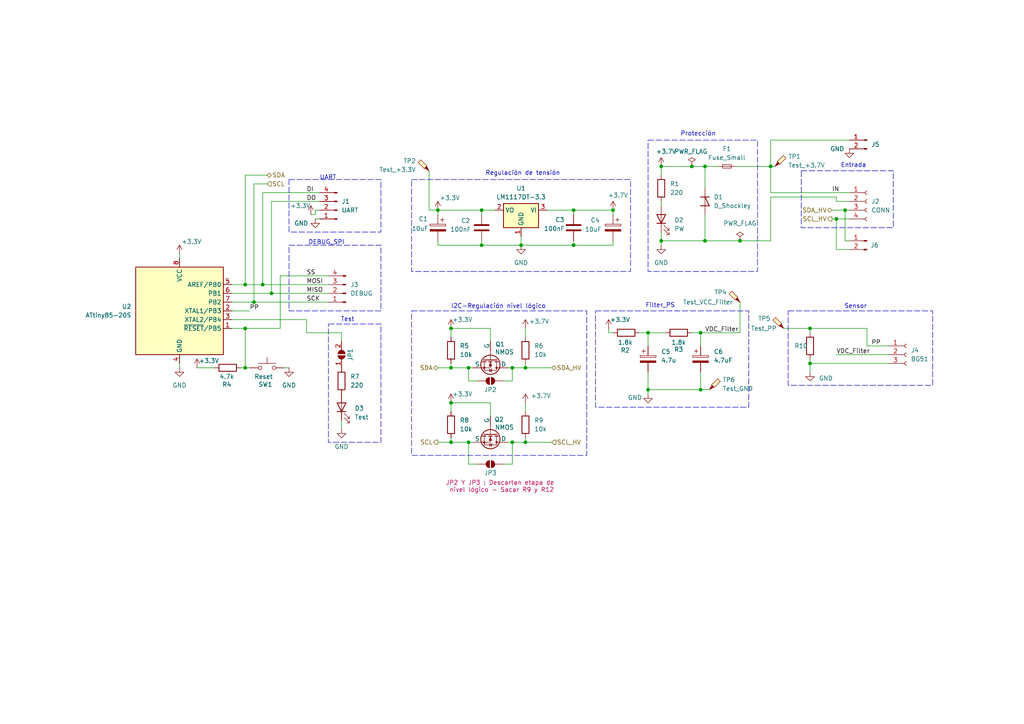
<source format=kicad_sch>
(kicad_sch (version 20250114) (generator "eeschema") (generator_version "9.0")
  (paper "A4")
  (lib_symbols
    (symbol "Connector:Conn_01x02_Pin" (pin_names (offset 1.016) (hide yes))
      (property "Reference" "J" (at 0 2.54 0))
      (property "Value" "Conn_01x02_Pin" (at 0 -5.08 0))
      (symbol "Conn_01x02_Pin_1_1"
        (rectangle (start 0.8636 0.127) (end 0 -0.127) (stroke (width 0.1524)) (fill (type outline)))
        (rectangle (start 0.8636 -2.413) (end 0 -2.667) (stroke (width 0.1524)) (fill (type outline)))
        (polyline (pts (xy 1.27 0) (xy 0.8636 0)) (stroke (width 0.1524)))
        (polyline (pts (xy 1.27 -2.54) (xy 0.8636 -2.54)) (stroke (width 0.1524)))
        (pin passive line (at 5.08 0 180) (length 3.81) (name "Pin_1") (number "1"))
        (pin passive line (at 5.08 -2.54 180) (length 3.81) (name "Pin_2") (number "2"))
      )
    )
    (symbol "Connector:Conn_01x03_Socket" (pin_names (offset 1.016) (hide yes))
      (property "Reference" "J" (at 0 5.08 0))
      (property "Value" "Conn_01x03_Socket" (at 0 -5.08 0))
      (symbol "Conn_01x03_Socket_1_1"
        (polyline (pts (xy -1.27 2.54) (xy -0.508 2.54)) (stroke (width 0.1524)))
        (polyline (pts (xy -1.27 0) (xy -0.508 0)) (stroke (width 0.1524)))
        (polyline (pts (xy -1.27 -2.54) (xy -0.508 -2.54)) (stroke (width 0.1524)))
        (arc (start 0 2.032) (mid -0.5058 2.54) (end 0 3.048) (stroke (width 0.1524)))
        (arc (start 0 -0.508) (mid -0.5058 0) (end 0 0.508) (stroke (width 0.1524)))
        (arc (start 0 -3.048) (mid -0.5058 -2.54) (end 0 -2.032) (stroke (width 0.1524)))
        (pin passive line (at -5.08 2.54 0) (length 3.81) (name "Pin_1") (number "1"))
        (pin passive line (at -5.08 0 0) (length 3.81) (name "Pin_2") (number "2"))
        (pin passive line (at -5.08 -2.54 0) (length 3.81) (name "Pin_3") (number "3"))
      )
    )
    (symbol "Connector:Conn_01x04_Pin" (pin_names (offset 1.016) (hide yes))
      (property "Reference" "J" (at 0 5.08 0))
      (property "Value" "Conn_01x04_Pin" (at 0 -7.62 0))
      (symbol "Conn_01x04_Pin_1_1"
        (rectangle (start 0.8636 2.667) (end 0 2.413) (stroke (width 0.1524)) (fill (type outline)))
        (rectangle (start 0.8636 0.127) (end 0 -0.127) (stroke (width 0.1524)) (fill (type outline)))
        (rectangle (start 0.8636 -2.413) (end 0 -2.667) (stroke (width 0.1524)) (fill (type outline)))
        (rectangle (start 0.8636 -4.953) (end 0 -5.207) (stroke (width 0.1524)) (fill (type outline)))
        (polyline (pts (xy 1.27 2.54) (xy 0.8636 2.54)) (stroke (width 0.1524)))
        (polyline (pts (xy 1.27 0) (xy 0.8636 0)) (stroke (width 0.1524)))
        (polyline (pts (xy 1.27 -2.54) (xy 0.8636 -2.54)) (stroke (width 0.1524)))
        (polyline (pts (xy 1.27 -5.08) (xy 0.8636 -5.08)) (stroke (width 0.1524)))
        (pin passive line (at 5.08 2.54 180) (length 3.81) (name "Pin_1") (number "1"))
        (pin passive line (at 5.08 0 180) (length 3.81) (name "Pin_2") (number "2"))
        (pin passive line (at 5.08 -2.54 180) (length 3.81) (name "Pin_3") (number "3"))
        (pin passive line (at 5.08 -5.08 180) (length 3.81) (name "Pin_4") (number "4"))
      )
    )
    (symbol "Connector:Conn_01x04_Socket" (pin_names (offset 1.016) (hide yes))
      (property "Reference" "J" (at 0 5.08 0))
      (property "Value" "Conn_01x04_Socket" (at 0 -7.62 0))
      (symbol "Conn_01x04_Socket_1_1"
        (polyline (pts (xy -1.27 2.54) (xy -0.508 2.54)) (stroke (width 0.1524)))
        (polyline (pts (xy -1.27 0) (xy -0.508 0)) (stroke (width 0.1524)))
        (polyline (pts (xy -1.27 -2.54) (xy -0.508 -2.54)) (stroke (width 0.1524)))
        (polyline (pts (xy -1.27 -5.08) (xy -0.508 -5.08)) (stroke (width 0.1524)))
        (arc (start 0 2.032) (mid -0.5058 2.54) (end 0 3.048) (stroke (width 0.1524)))
        (arc (start 0 -0.508) (mid -0.5058 0) (end 0 0.508) (stroke (width 0.1524)))
        (arc (start 0 -3.048) (mid -0.5058 -2.54) (end 0 -2.032) (stroke (width 0.1524)))
        (arc (start 0 -5.588) (mid -0.5058 -5.08) (end 0 -4.572) (stroke (width 0.1524)))
        (pin passive line (at -5.08 2.54 0) (length 3.81) (name "Pin_1") (number "1"))
        (pin passive line (at -5.08 0 0) (length 3.81) (name "Pin_2") (number "2"))
        (pin passive line (at -5.08 -2.54 0) (length 3.81) (name "Pin_3") (number "3"))
        (pin passive line (at -5.08 -5.08 0) (length 3.81) (name "Pin_4") (number "4"))
      )
    )
    (symbol "Connector:TestPoint_Probe" (pin_numbers (hide yes)) (pin_names (offset 0.762) (hide yes))
      (property "Reference" "TP" (at 1.651 5.842 0))
      (property "Value" "TestPoint_Probe" (at 1.651 4.064 0))
      (symbol "TestPoint_Probe_0_1"
        (polyline (pts (xy 1.27 0.762) (xy 0 0) (xy 0.762 1.27) (xy 1.27 0.762)) (fill (type outline)))
        (polyline (pts (xy 1.397 0.635) (xy 0.635 1.397) (xy 2.413 3.175) (xy 3.175 2.413) (xy 1.397 0.635)) (fill (type background)))
      )
      (symbol "TestPoint_Probe_1_1"
        (pin passive line (at 0 0 90) (length 0) (name "1") (number "1"))
      )
    )
    (symbol "Device:C" (pin_numbers (hide yes)) (pin_names (offset 0.254))
      (property "Reference" "C" (at 0.635 2.54 0))
      (property "Value" "C" (at 0.635 -2.54 0))
      (symbol "C_0_1"
        (polyline (pts (xy -2.032 0.762) (xy 2.032 0.762)) (stroke (width 0.508)))
        (polyline (pts (xy -2.032 -0.762) (xy 2.032 -0.762)) (stroke (width 0.508)))
      )
      (symbol "C_1_1"
        (pin passive line (at 0 3.81 270) (length 2.794) (name "~") (number "1"))
        (pin passive line (at 0 -3.81 90) (length 2.794) (name "~") (number "2"))
      )
    )
    (symbol "Device:C_Polarized" (pin_numbers (hide yes)) (pin_names (offset 0.254))
      (property "Reference" "C" (at 0.635 2.54 0))
      (property "Value" "C_Polarized" (at 0.635 -2.54 0))
      (symbol "C_Polarized_0_1"
        (rectangle (start -2.286 0.508) (end 2.286 1.016))
        (polyline (pts (xy -1.778 2.286) (xy -0.762 2.286)))
        (polyline (pts (xy -1.27 2.794) (xy -1.27 1.778)))
        (rectangle (start 2.286 -0.508) (end -2.286 -1.016) (fill (type outline)))
      )
      (symbol "C_Polarized_1_1"
        (pin passive line (at 0 3.81 270) (length 2.794) (name "~") (number "1"))
        (pin passive line (at 0 -3.81 90) (length 2.794) (name "~") (number "2"))
      )
    )
    (symbol "Device:D_Shockley" (pin_numbers (hide yes)) (pin_names (offset 1.016) (hide yes))
      (property "Reference" "D" (at 0 2.54 0))
      (property "Value" "D_Shockley" (at 0 -2.54 0))
      (symbol "D_Shockley_0_1"
        (polyline (pts (xy -1.27 1.27) (xy -1.27 -1.27)) (stroke (width 0.254)))
        (polyline (pts (xy -1.27 0) (xy 1.27 0)))
        (polyline (pts (xy -1.27 0) (xy 1.27 1.27) (xy 1.27 -1.27)) (stroke (width 0.254)))
      )
      (symbol "D_Shockley_1_1"
        (pin passive line (at -3.81 0 0) (length 2.54) (name "K") (number "1"))
        (pin passive line (at 3.81 0 180) (length 2.54) (name "A") (number "2"))
      )
    )
    (symbol "Device:Fuse_Small" (pin_numbers (hide yes)) (pin_names (offset 0.254) (hide yes))
      (property "Reference" "F" (at 0 -1.524 0))
      (property "Value" "Fuse_Small" (at 0 1.524 0))
      (symbol "Fuse_Small_0_1"
        (rectangle (start -1.27 0.508) (end 1.27 -0.508))
        (polyline (pts (xy -1.27 0) (xy 1.27 0)))
      )
      (symbol "Fuse_Small_1_1"
        (pin passive line (at -2.54 0 0) (length 1.27) (name "~") (number "1"))
        (pin passive line (at 2.54 0 180) (length 1.27) (name "~") (number "2"))
      )
    )
    (symbol "Device:LED" (pin_numbers (hide yes)) (pin_names (offset 1.016) (hide yes))
      (property "Reference" "D" (at 0 2.54 0))
      (property "Value" "LED" (at 0 -2.54 0))
      (symbol "LED_0_1"
        (polyline (pts (xy -3.048 -0.762) (xy -4.572 -2.286) (xy -3.81 -2.286) (xy -4.572 -2.286) (xy -4.572 -1.524)))
        (polyline (pts (xy -1.778 -0.762) (xy -3.302 -2.286) (xy -2.54 -2.286) (xy -3.302 -2.286) (xy -3.302 -1.524)))
        (polyline (pts (xy -1.27 0) (xy 1.27 0)))
        (polyline (pts (xy -1.27 -1.27) (xy -1.27 1.27)) (stroke (width 0.254)))
        (polyline (pts (xy 1.27 -1.27) (xy 1.27 1.27) (xy -1.27 0) (xy 1.27 -1.27)) (stroke (width 0.254)))
      )
      (symbol "LED_1_1"
        (pin passive line (at -3.81 0 0) (length 2.54) (name "K") (number "1"))
        (pin passive line (at 3.81 0 180) (length 2.54) (name "A") (number "2"))
      )
    )
    (symbol "Device:R" (pin_numbers (hide yes)) (pin_names (offset 0))
      (property "Reference" "R" (at 2.032 0 90))
      (property "Value" "R" (at 0 0 90))
      (symbol "R_0_1"
        (rectangle (start -1.016 -2.54) (end 1.016 2.54) (stroke (width 0.254)))
      )
      (symbol "R_1_1"
        (pin passive line (at 0 3.81 270) (length 1.27) (name "~") (number "1"))
        (pin passive line (at 0 -3.81 90) (length 1.27) (name "~") (number "2"))
      )
    )
    (symbol "GND_2" (power) (pin_numbers (hide yes)) (pin_names (offset 0) (hide yes))
      (property "Value" "GND" (at 0 -3.81 0))
      (symbol "GND_2_0_1"
        (polyline (pts (xy 0 0) (xy 0 -1.27) (xy 1.27 -1.27) (xy 0 -2.54) (xy -1.27 -1.27) (xy 0 -1.27)))
      )
      (symbol "GND_2_1_1"
        (pin power_in line (at 0 0 270) (length 0) (name "~") (number "1"))
      )
    )
    (symbol "GND_4" (power) (pin_numbers (hide yes)) (pin_names (offset 0) (hide yes))
      (property "Value" "GND" (at 0 -3.81 0))
      (symbol "GND_4_0_1"
        (polyline (pts (xy 0 0) (xy 0 -1.27) (xy 1.27 -1.27) (xy 0 -2.54) (xy -1.27 -1.27) (xy 0 -1.27)))
      )
      (symbol "GND_4_1_1"
        (pin power_in line (at 0 0 270) (length 0) (name "~") (number "1"))
      )
    )
    (symbol "GND_6" (power) (pin_numbers (hide yes)) (pin_names (offset 0) (hide yes))
      (property "Value" "GND" (at 0 -3.81 0))
      (symbol "GND_6_0_1"
        (polyline (pts (xy 0 0) (xy 0 -1.27) (xy 1.27 -1.27) (xy 0 -2.54) (xy -1.27 -1.27) (xy 0 -1.27)))
      )
      (symbol "GND_6_1_1"
        (pin power_in line (at 0 0 270) (length 0) (name "~") (number "1"))
      )
    )
    (symbol "GND_7" (power) (pin_numbers (hide yes)) (pin_names (offset 0) (hide yes))
      (property "Value" "GND" (at 0 -3.81 0))
      (symbol "GND_7_0_1"
        (polyline (pts (xy 0 0) (xy 0 -1.27) (xy 1.27 -1.27) (xy 0 -2.54) (xy -1.27 -1.27) (xy 0 -1.27)))
      )
      (symbol "GND_7_1_1"
        (pin power_in line (at 0 0 270) (length 0) (name "~") (number "1"))
      )
    )
    (symbol "Jumper:SolderJumper_2_Open" (pin_names (offset 0) (hide yes))
      (property "Reference" "JP" (at 0 2.032 0))
      (property "Value" "SolderJumper_2_Open" (at 0 -2.54 0))
      (symbol "SolderJumper_2_Open_0_1"
        (polyline (pts (xy -0.254 1.016) (xy -0.254 -1.016)))
        (arc (start -0.254 -1.016) (mid -1.2656 0) (end -0.254 1.016))
        (arc (start -0.254 -1.016) (mid -1.2656 0) (end -0.254 1.016) (fill (type outline)))
        (arc (start 0.254 1.016) (mid 1.2656 0) (end 0.254 -1.016))
        (arc (start 0.254 1.016) (mid 1.2656 0) (end 0.254 -1.016) (fill (type outline)))
        (polyline (pts (xy 0.254 1.016) (xy 0.254 -1.016)))
      )
      (symbol "SolderJumper_2_Open_1_1"
        (pin passive line (at -3.81 0 0) (length 2.54) (name "A") (number "1"))
        (pin passive line (at 3.81 0 180) (length 2.54) (name "B") (number "2"))
      )
    )
    (symbol "MCU_Microchip_ATtiny:ATtiny85-20S"
      (property "Reference" "U" (at -12.7 13.97 0))
      (property "Value" "ATtiny85-20S" (at 2.54 -13.97 0))
      (symbol "ATtiny85-20S_0_1"
        (rectangle (start -12.7 -12.7) (end 12.7 12.7) (stroke (width 0.254)) (fill (type background)))
      )
      (symbol "ATtiny85-20S_1_1"
        (pin power_in line (at 0 15.24 270) (length 2.54) (name "VCC") (number "8"))
        (pin power_in line (at 0 -15.24 90) (length 2.54) (name "GND") (number "4"))
        (pin bidirectional line (at 15.24 7.62 180) (length 2.54) (name "AREF/PB0") (number "5"))
        (pin bidirectional line (at 15.24 5.08 180) (length 2.54) (name "PB1") (number "6"))
        (pin bidirectional line (at 15.24 2.54 180) (length 2.54) (name "PB2") (number "7"))
        (pin bidirectional line (at 15.24 0 180) (length 2.54) (name "XTAL1/PB3") (number "2"))
        (pin bidirectional line (at 15.24 -2.54 180) (length 2.54) (name "XTAL2/PB4") (number "3"))
        (pin bidirectional line (at 15.24 -5.08 180) (length 2.54) (name "~{RESET}/PB5") (number "1"))
      )
    )
    (symbol "Regulator_Linear:LM1117DT-3.3"
      (property "Reference" "U" (at -3.81 3.175 0))
      (property "Value" "LM1117DT-3.3" (at 0 3.175 0))
      (symbol "LM1117DT-3.3_0_1"
        (rectangle (start -5.08 -5.08) (end 5.08 1.905) (stroke (width 0.254)) (fill (type background)))
      )
      (symbol "LM1117DT-3.3_1_1"
        (pin power_in line (at -7.62 0 0) (length 2.54) (name "VI") (number "3"))
        (pin power_in line (at 0 -7.62 90) (length 2.54) (name "GND") (number "1"))
        (pin power_out line (at 7.62 0 180) (length 2.54) (name "VO") (number "2"))
      )
    )
    (symbol "Simulation_SPICE:NMOS" (pin_numbers (hide yes)) (pin_names (offset 0))
      (property "Reference" "Q" (at 5.08 1.27 0))
      (property "Value" "NMOS" (at 5.08 -1.27 0))
      (symbol "NMOS_0_1"
        (polyline (pts (xy 0.254 1.905) (xy 0.254 -1.905)) (stroke (width 0.254)))
        (polyline (pts (xy 0.254 0) (xy -2.54 0)))
        (polyline (pts (xy 0.762 2.286) (xy 0.762 1.27)) (stroke (width 0.254)))
        (polyline (pts (xy 0.762 0.508) (xy 0.762 -0.508)) (stroke (width 0.254)))
        (polyline (pts (xy 0.762 -1.27) (xy 0.762 -2.286)) (stroke (width 0.254)))
        (polyline (pts (xy 0.762 -1.778) (xy 3.302 -1.778) (xy 3.302 1.778) (xy 0.762 1.778)))
        (polyline (pts (xy 1.016 0) (xy 2.032 0.381) (xy 2.032 -0.381) (xy 1.016 0)) (fill (type outline)))
        (circle (center 1.651 0) (radius 2.794) (stroke (width 0.254)))
        (polyline (pts (xy 2.54 2.54) (xy 2.54 1.778)))
        (circle (center 2.54 1.778) (radius 0.254) (fill (type outline)))
        (circle (center 2.54 -1.778) (radius 0.254) (fill (type outline)))
        (polyline (pts (xy 2.54 -2.54) (xy 2.54 0) (xy 0.762 0)))
        (polyline (pts (xy 2.794 0.508) (xy 2.921 0.381) (xy 3.683 0.381) (xy 3.81 0.254)))
        (polyline (pts (xy 3.302 0.381) (xy 2.921 -0.254) (xy 3.683 -0.254) (xy 3.302 0.381)))
      )
      (symbol "NMOS_1_1"
        (pin input line (at -5.08 0 0) (length 2.54) (name "G") (number "2"))
        (pin passive line (at 2.54 5.08 270) (length 2.54) (name "D") (number "1"))
        (pin passive line (at 2.54 -5.08 90) (length 2.54) (name "S") (number "3"))
      )
    )
    (symbol "SolderJumper_2_Open_1" (pin_numbers (hide yes)) (pin_names (offset 0) (hide yes)) (exclude_from_sim yes) (in_bom no)
      (property "Reference" "JP" (at 0 2.032 0))
      (property "Value" "SolderJumper_2_Open" (at 0 -2.54 0))
      (symbol "SolderJumper_2_Open_1_0_1"
        (polyline (pts (xy -0.254 1.016) (xy -0.254 -1.016)))
        (arc (start -0.254 -1.016) (mid -1.2656 0) (end -0.254 1.016))
        (arc (start -0.254 -1.016) (mid -1.2656 0) (end -0.254 1.016) (fill (type outline)))
        (arc (start 0.254 1.016) (mid 1.2656 0) (end 0.254 -1.016))
        (arc (start 0.254 1.016) (mid 1.2656 0) (end 0.254 -1.016) (fill (type outline)))
        (polyline (pts (xy 0.254 1.016) (xy 0.254 -1.016)))
      )
      (symbol "SolderJumper_2_Open_1_1_1"
        (pin passive line (at -3.81 0 0) (length 2.54) (name "A") (number "1"))
        (pin passive line (at 3.81 0 180) (length 2.54) (name "B") (number "2"))
      )
    )
    (symbol "SolderJumper_2_Open_2" (pin_numbers (hide yes)) (pin_names (offset 0) (hide yes)) (exclude_from_sim yes) (in_bom no)
      (property "Reference" "JP" (at 0 2.032 0))
      (property "Value" "SolderJumper_2_Open" (at 0 -2.54 0))
      (symbol "SolderJumper_2_Open_2_0_1"
        (polyline (pts (xy -0.254 1.016) (xy -0.254 -1.016)))
        (arc (start -0.254 -1.016) (mid -1.2656 0) (end -0.254 1.016))
        (arc (start -0.254 -1.016) (mid -1.2656 0) (end -0.254 1.016) (fill (type outline)))
        (arc (start 0.254 1.016) (mid 1.2656 0) (end 0.254 -1.016))
        (arc (start 0.254 1.016) (mid 1.2656 0) (end 0.254 -1.016) (fill (type outline)))
        (polyline (pts (xy 0.254 1.016) (xy 0.254 -1.016)))
      )
      (symbol "SolderJumper_2_Open_2_1_1"
        (pin passive line (at -3.81 0 0) (length 2.54) (name "A") (number "1"))
        (pin passive line (at 3.81 0 180) (length 2.54) (name "B") (number "2"))
      )
    )
    (symbol "Switch:SW_Push" (pin_numbers (hide yes)) (pin_names (offset 1.016) (hide yes))
      (property "Reference" "SW" (at 1.27 2.54 0))
      (property "Value" "SW_Push" (at 0 -1.524 0))
      (symbol "SW_Push_0_1"
        (circle (center -2.032 0) (radius 0.508))
        (polyline (pts (xy 0 1.27) (xy 0 3.048)))
        (circle (center 2.032 0) (radius 0.508))
        (polyline (pts (xy 2.54 1.27) (xy -2.54 1.27)))
        (pin passive line (at -5.08 0 0) (length 2.54) (name "1") (number "1"))
        (pin passive line (at 5.08 0 180) (length 2.54) (name "2") (number "2"))
      )
    )
    (symbol "VCC_1" (power) (pin_numbers (hide yes)) (pin_names (offset 0) (hide yes))
      (property "Value" "VCC" (at 0 3.556 0))
      (symbol "VCC_1_0_1"
        (polyline (pts (xy -0.762 1.27) (xy 0 2.54)))
        (polyline (pts (xy 0 2.54) (xy 0.762 1.27)))
        (polyline (pts (xy 0 0) (xy 0 2.54)))
      )
      (symbol "VCC_1_1_1"
        (pin power_in line (at 0 0 90) (length 0) (name "~") (number "1"))
      )
    )
    (symbol "VCC_3" (power) (pin_numbers (hide yes)) (pin_names (offset 0) (hide yes))
      (property "Value" "VCC" (at 0 3.556 0))
      (symbol "VCC_3_0_1"
        (polyline (pts (xy -0.762 1.27) (xy 0 2.54)))
        (polyline (pts (xy 0 2.54) (xy 0.762 1.27)))
        (polyline (pts (xy 0 0) (xy 0 2.54)))
      )
      (symbol "VCC_3_1_1"
        (pin power_in line (at 0 0 90) (length 0) (name "~") (number "1"))
      )
    )
    (symbol "power:+3.3V" (power) (pin_numbers (hide yes)) (pin_names (offset 0) (hide yes))
      (property "Value" "+3.3V" (at 0 3.556 0))
      (symbol "+3.3V_0_1"
        (polyline (pts (xy -0.762 1.27) (xy 0 2.54)))
        (polyline (pts (xy 0 2.54) (xy 0.762 1.27)))
        (polyline (pts (xy 0 0) (xy 0 2.54)))
      )
      (symbol "+3.3V_1_1"
        (pin power_in line (at 0 0 90) (length 0) (name "~") (number "1"))
      )
    )
    (symbol "power:+5V" (power) (pin_numbers (hide yes)) (pin_names (offset 0) (hide yes))
      (property "Value" "+5V" (at 0 3.556 0))
      (symbol "+5V_0_1"
        (polyline (pts (xy -0.762 1.27) (xy 0 2.54)))
        (polyline (pts (xy 0 2.54) (xy 0.762 1.27)))
        (polyline (pts (xy 0 0) (xy 0 2.54)))
      )
      (symbol "+5V_1_1"
        (pin power_in line (at 0 0 90) (length 0) (name "~") (number "1"))
      )
    )
    (symbol "power:GND" (power) (pin_numbers (hide yes)) (pin_names (offset 0) (hide yes))
      (property "Value" "GND" (at 0 -3.81 0))
      (symbol "GND_0_1"
        (polyline (pts (xy 0 0) (xy 0 -1.27) (xy 1.27 -1.27) (xy 0 -2.54) (xy -1.27 -1.27) (xy 0 -1.27)))
      )
      (symbol "GND_1_1"
        (pin power_in line (at 0 0 270) (length 0) (name "~") (number "1"))
      )
    )
    (symbol "power:PWR_FLAG" (power) (pin_numbers (hide yes)) (pin_names (offset 0) (hide yes))
      (property "Value" "PWR_FLAG" (at 0 3.81 0))
      (symbol "PWR_FLAG_0_0"
        (pin power_out line (at 0 0 90) (length 0) (name "~") (number "1"))
      )
      (symbol "PWR_FLAG_0_1"
        (polyline (pts (xy 0 0) (xy 0 1.27) (xy -1.016 1.905) (xy 0 2.54) (xy 1.016 1.905) (xy 0 1.27)))
      )
    )
  )
  (rectangle (start 232.41 49.53) (end 259.08 66.04) (stroke (width 0) (type dash)))
  (rectangle (start 119.38 90.17) (end 170.18 132.08) (stroke (width 0) (type dash)))
  (rectangle (start 83.82 52.07) (end 110.49 67.31) (stroke (width 0) (type dash)))
  (rectangle (start 83.82 71.12) (end 110.49 90.17) (stroke (width 0) (type dash)))
  (rectangle (start 228.6 90.17) (end 270.51 111.76) (stroke (width 0) (type dash)))
  (rectangle (start 172.72 90.17) (end 217.17 118.11) (stroke (width 0) (type dash)))
  (rectangle (start 95.25 93.98) (end 110.49 128.27) (stroke (width 0) (type dash)))
  (rectangle (start 119.38 52.07) (end 182.88 78.74) (stroke (width 0) (type dash)))
  (rectangle (start 187.96 40.64) (end 219.71 78.74) (stroke (width 0) (type dash)))
  (text "UART" (at 92.71 52.324 0) (effects (font (size 1.27 1.27)) (justify left bottom)))
  (text "Protección" (at 197.358 39.624 0) (effects (font (size 1.27 1.27)) (justify left bottom)))
  (text "Filter_PS" (at 187.198 89.408 0) (effects (font (size 1.27 1.27)) (justify left bottom)))
  (text "Test" (at 98.806 93.472 0) (effects (font (size 1.27 1.27)) (justify left bottom)))
  (text "JP2 Y JP3 : Descartan etapa de\n nivel lógico - Sacar R9 y R12" (exclude_from_sim yes) (at 145.034 141.224 0) (effects (font (size 1.27 1.27))))
  (text "Entrada" (at 243.84 48.768 0) (effects (font (size 1.27 1.27)) (justify left bottom)))
  (text "Sensor" (at 244.856 89.662 0) (effects (font (size 1.27 1.27)) (justify left bottom)))
  (text "Regulación de tensión" (at 151.638 51.054 0) (effects (font (size 1.27 1.27)) (justify bottom)))
  (text "DEBUG_SPI" (at 89.408 71.12 0) (effects (font (size 1.27 1.27)) (justify left bottom)))
  (text "I2C-Regulación nivel lógico\n" (at 130.81 89.662 0) (effects (font (size 1.27 1.27)) (justify left bottom)))
  (junction (at 203.2 96.52))
  (junction (at 127 60.96))
  (junction (at 203.2 113.03))
  (junction (at 76.2 82.55))
  (junction (at 191.77 69.85))
  (junction (at 151.13 71.12))
  (junction (at 130.81 128.27))
  (junction (at 78.74 85.09))
  (junction (at 152.4 128.27))
  (junction (at 71.12 82.55))
  (junction (at 148.59 128.27))
  (junction (at 71.12 95.25))
  (junction (at 73.66 87.63))
  (junction (at 214.63 69.85))
  (junction (at 204.47 48.26))
  (junction (at 177.8 60.96))
  (junction (at 166.37 71.12))
  (junction (at 223.52 48.26))
  (junction (at 234.95 95.25))
  (junction (at 187.96 113.03))
  (junction (at 130.81 95.25))
  (junction (at 71.12 106.68))
  (junction (at 139.7 71.12))
  (junction (at 166.37 60.96))
  (junction (at 242.57 63.5))
  (junction (at 139.7 60.96))
  (junction (at 245.11 60.96))
  (junction (at 135.89 128.27))
  (junction (at 191.77 48.26))
  (junction (at 130.81 106.68))
  (junction (at 148.59 106.68))
  (junction (at 187.96 96.52))
  (junction (at 200.66 48.26))
  (junction (at 130.81 116.84))
  (junction (at 152.4 106.68))
  (junction (at 234.95 105.41))
  (junction (at 204.47 69.85))
  (junction (at 135.89 106.68))
  (wire (pts (xy 152.4 116.84) (xy 152.4 119.38)))
  (wire (pts (xy 127 62.23) (xy 127 60.96)))
  (wire (pts (xy 241.3 63.5) (xy 242.57 63.5)))
  (wire (pts (xy 81.28 80.01) (xy 81.28 95.25)))
  (wire (pts (xy 139.7 71.12) (xy 151.13 71.12)))
  (wire (pts (xy 177.8 71.12) (xy 166.37 71.12)))
  (wire (pts (xy 139.7 60.96) (xy 143.51 60.96)))
  (wire (pts (xy 204.47 48.26) (xy 208.28 48.26)))
  (wire (pts (xy 227.33 95.25) (xy 234.95 95.25)))
  (wire (pts (xy 130.81 119.38) (xy 130.81 116.84)))
  (wire (pts (xy 246.38 69.85) (xy 245.11 69.85)))
  (wire (pts (xy 124.46 60.96) (xy 127 60.96)))
  (wire (pts (xy 73.66 53.34) (xy 77.47 53.34)))
  (wire (pts (xy 88.9 92.71) (xy 88.9 96.52)))
  (wire (pts (xy 91.44 63.5) (xy 92.71 63.5)))
  (wire (pts (xy 214.63 69.85) (xy 223.52 69.85)))
  (wire (pts (xy 139.7 69.85) (xy 139.7 71.12)))
  (wire (pts (xy 91.44 60.96) (xy 92.71 60.96)))
  (wire (pts (xy 245.11 60.96) (xy 245.11 69.85)))
  (wire (pts (xy 137.16 128.27) (xy 135.89 128.27)))
  (wire (pts (xy 99.06 99.06) (xy 99.06 96.52)))
  (wire (pts (xy 203.2 96.52) (xy 203.2 100.33)))
  (wire (pts (xy 81.28 80.01) (xy 95.25 80.01)))
  (wire (pts (xy 146.05 134.62) (xy 148.59 134.62)))
  (wire (pts (xy 234.95 105.41) (xy 257.81 105.41)))
  (wire (pts (xy 91.44 62.23) (xy 91.44 60.96)))
  (wire (pts (xy 76.2 82.55) (xy 95.25 82.55)))
  (wire (pts (xy 52.07 106.68) (xy 52.07 105.41)))
  (wire (pts (xy 130.81 106.68) (xy 130.81 105.41)))
  (wire (pts (xy 135.89 128.27) (xy 130.81 128.27)))
  (wire (pts (xy 191.77 48.26) (xy 200.66 48.26)))
  (wire (pts (xy 151.13 68.58) (xy 151.13 71.12)))
  (wire (pts (xy 152.4 128.27) (xy 160.02 128.27)))
  (wire (pts (xy 166.37 60.96) (xy 166.37 62.23)))
  (wire (pts (xy 71.12 50.8) (xy 77.47 50.8)))
  (wire (pts (xy 82.55 106.68) (xy 83.82 106.68)))
  (wire (pts (xy 187.96 113.03) (xy 203.2 113.03)))
  (wire (pts (xy 67.31 92.71) (xy 88.9 92.71)))
  (wire (pts (xy 223.52 55.88) (xy 223.52 48.26)))
  (wire (pts (xy 147.32 106.68) (xy 148.59 106.68)))
  (wire (pts (xy 73.66 53.34) (xy 73.66 87.63)))
  (wire (pts (xy 213.36 48.26) (xy 223.52 48.26)))
  (wire (pts (xy 127 128.27) (xy 130.81 128.27)))
  (wire (pts (xy 67.31 90.17) (xy 72.39 90.17)))
  (wire (pts (xy 191.77 48.26) (xy 191.77 50.8)))
  (wire (pts (xy 158.75 60.96) (xy 166.37 60.96)))
  (wire (pts (xy 234.95 95.25) (xy 234.95 96.52)))
  (wire (pts (xy 177.8 60.96) (xy 177.8 62.23)))
  (wire (pts (xy 185.42 96.52) (xy 187.96 96.52)))
  (wire (pts (xy 205.74 113.03) (xy 203.2 113.03)))
  (wire (pts (xy 138.43 134.62) (xy 135.89 134.62)))
  (wire (pts (xy 204.47 62.23) (xy 204.47 69.85)))
  (wire (pts (xy 191.77 67.31) (xy 191.77 69.85)))
  (wire (pts (xy 135.89 110.49) (xy 135.89 106.68)))
  (wire (pts (xy 73.66 87.63) (xy 95.25 87.63)))
  (wire (pts (xy 52.07 73.66) (xy 52.07 74.93)))
  (wire (pts (xy 67.31 82.55) (xy 71.12 82.55)))
  (wire (pts (xy 166.37 71.12) (xy 166.37 69.85)))
  (wire (pts (xy 187.96 113.03) (xy 187.96 114.3)))
  (wire (pts (xy 139.7 60.96) (xy 139.7 62.23)))
  (wire (pts (xy 214.63 96.52) (xy 214.63 87.63)))
  (wire (pts (xy 137.16 106.68) (xy 135.89 106.68)))
  (wire (pts (xy 203.2 96.52) (xy 214.63 96.52)))
  (wire (pts (xy 223.52 48.26) (xy 224.79 48.26)))
  (wire (pts (xy 127 71.12) (xy 139.7 71.12)))
  (wire (pts (xy 130.81 128.27) (xy 130.81 127)))
  (wire (pts (xy 242.57 58.42) (xy 242.57 57.15)))
  (wire (pts (xy 90.17 62.23) (xy 91.44 62.23)))
  (wire (pts (xy 242.57 102.87) (xy 257.81 102.87)))
  (wire (pts (xy 200.66 96.52) (xy 203.2 96.52)))
  (wire (pts (xy 223.52 57.15) (xy 223.52 69.85)))
  (wire (pts (xy 99.06 124.46) (xy 99.06 121.92)))
  (wire (pts (xy 71.12 106.68) (xy 72.39 106.68)))
  (wire (pts (xy 234.95 104.14) (xy 234.95 105.41)))
  (wire (pts (xy 187.96 96.52) (xy 193.04 96.52)))
  (wire (pts (xy 187.96 107.95) (xy 187.96 113.03)))
  (wire (pts (xy 223.52 57.15) (xy 242.57 57.15)))
  (wire (pts (xy 223.52 40.64) (xy 223.52 48.26)))
  (wire (pts (xy 69.85 106.68) (xy 71.12 106.68)))
  (wire (pts (xy 127 106.68) (xy 130.81 106.68)))
  (wire (pts (xy 246.38 40.64) (xy 223.52 40.64)))
  (wire (pts (xy 191.77 69.85) (xy 204.47 69.85)))
  (wire (pts (xy 57.15 106.68) (xy 62.23 106.68)))
  (wire (pts (xy 177.8 96.52) (xy 176.53 96.52)))
  (wire (pts (xy 130.81 116.84) (xy 142.24 116.84)))
  (wire (pts (xy 146.05 110.49) (xy 148.59 110.49)))
  (wire (pts (xy 148.59 128.27) (xy 152.4 128.27)))
  (wire (pts (xy 204.47 54.61) (xy 204.47 48.26)))
  (wire (pts (xy 234.95 95.25) (xy 251.46 95.25)))
  (wire (pts (xy 166.37 60.96) (xy 177.8 60.96)))
  (wire (pts (xy 203.2 107.95) (xy 203.2 113.03)))
  (wire (pts (xy 92.71 55.88) (xy 76.2 55.88)))
  (wire (pts (xy 138.43 110.49) (xy 135.89 110.49)))
  (wire (pts (xy 176.53 96.52) (xy 176.53 95.25)))
  (wire (pts (xy 245.11 60.96) (xy 246.38 60.96)))
  (wire (pts (xy 71.12 50.8) (xy 71.12 82.55)))
  (wire (pts (xy 242.57 63.5) (xy 246.38 63.5)))
  (wire (pts (xy 191.77 58.42) (xy 191.77 59.69)))
  (wire (pts (xy 124.46 49.53) (xy 124.46 60.96)))
  (wire (pts (xy 67.31 85.09) (xy 78.74 85.09)))
  (wire (pts (xy 127 60.96) (xy 139.7 60.96)))
  (wire (pts (xy 67.31 95.25) (xy 71.12 95.25)))
  (wire (pts (xy 152.4 106.68) (xy 160.02 106.68)))
  (wire (pts (xy 127 69.85) (xy 127 71.12)))
  (wire (pts (xy 88.9 96.52) (xy 99.06 96.52)))
  (wire (pts (xy 242.57 58.42) (xy 246.38 58.42)))
  (wire (pts (xy 246.38 72.39) (xy 242.57 72.39)))
  (wire (pts (xy 200.66 48.26) (xy 204.47 48.26)))
  (wire (pts (xy 187.96 96.52) (xy 187.96 100.33)))
  (wire (pts (xy 251.46 95.25) (xy 251.46 100.33)))
  (wire (pts (xy 204.47 69.85) (xy 214.63 69.85)))
  (wire (pts (xy 147.32 128.27) (xy 148.59 128.27)))
  (wire (pts (xy 130.81 95.25) (xy 142.24 95.25)))
  (wire (pts (xy 71.12 95.25) (xy 81.28 95.25)))
  (wire (pts (xy 142.24 99.06) (xy 142.24 95.25)))
  (wire (pts (xy 78.74 85.09) (xy 95.25 85.09)))
  (wire (pts (xy 177.8 69.85) (xy 177.8 71.12)))
  (wire (pts (xy 223.52 55.88) (xy 246.38 55.88)))
  (wire (pts (xy 242.57 72.39) (xy 242.57 63.5)))
  (wire (pts (xy 135.89 106.68) (xy 130.81 106.68)))
  (wire (pts (xy 67.31 87.63) (xy 73.66 87.63)))
  (wire (pts (xy 152.4 127) (xy 152.4 128.27)))
  (wire (pts (xy 78.74 58.42) (xy 78.74 85.09)))
  (wire (pts (xy 71.12 82.55) (xy 76.2 82.55)))
  (wire (pts (xy 234.95 105.41) (xy 234.95 107.95)))
  (wire (pts (xy 148.59 106.68) (xy 152.4 106.68)))
  (wire (pts (xy 148.59 110.49) (xy 148.59 106.68)))
  (wire (pts (xy 92.71 58.42) (xy 78.74 58.42)))
  (wire (pts (xy 151.13 71.12) (xy 166.37 71.12)))
  (wire (pts (xy 152.4 105.41) (xy 152.4 106.68)))
  (wire (pts (xy 71.12 95.25) (xy 71.12 106.68)))
  (wire (pts (xy 148.59 134.62) (xy 148.59 128.27)))
  (wire (pts (xy 76.2 55.88) (xy 76.2 82.55)))
  (wire (pts (xy 191.77 71.12) (xy 191.77 69.85)))
  (wire (pts (xy 251.46 100.33) (xy 257.81 100.33)))
  (wire (pts (xy 130.81 97.79) (xy 130.81 95.25)))
  (wire (pts (xy 152.4 95.25) (xy 152.4 97.79)))
  (wire (pts (xy 135.89 134.62) (xy 135.89 128.27)))
  (wire (pts (xy 142.24 120.65) (xy 142.24 116.84)))
  (wire (pts (xy 241.3 60.96) (xy 245.11 60.96)))
  (label "DI" (at 88.9 55.88 0))
  (label "SS" (at 88.9 80.01 0))
  (label "VDC_Filter" (at 204.47 96.52 0))
  (label "IN" (at 241.3 55.88 0))
  (label "PP" (at 72.39 90.17 0))
  (label "MISO" (at 88.9 85.09 0))
  (label "DO" (at 88.9 58.42 0))
  (label "MOSI" (at 88.9 82.55 0))
  (label "SCK" (at 88.9 87.63 0))
  (label "VDC_Filter" (at 242.57 102.87 0))
  (label "PP" (at 252.73 100.33 0))
  (hierarchical_label "SCL_HV" (shape output) (at 241.3 63.5 180))
  (hierarchical_label "SCL_HV" (shape input) (at 160.02 128.27 0))
  (hierarchical_label "SCL" (shape output) (at 127 128.27 180))
  (hierarchical_label "SDA_HV" (shape bidirectional) (at 160.02 106.68 0))
  (hierarchical_label "SDA_HV" (shape bidirectional) (at 241.3 60.96 180))
  (hierarchical_label "SDA" (shape bidirectional) (at 77.47 50.8 0))
  (hierarchical_label "SCL" (shape input) (at 77.47 53.34 0))
  (hierarchical_label "SDA" (shape bidirectional) (at 127 106.68 180))
  (symbol (lib_id "Regulator_Linear:LM1117DT-3.3") (at 151.13 60.96 0) (mirror y) (unit 1)
    (property "Reference" "U1" (at 151.13 54.61 0))
    (property "Value" "LM1117DT-3.3" (at 151.13 57.15 0))
    (property "Footprint" "Package_TO_SOT_SMD:TO-252-3_TabPin2" (effects (hide yes)))
    (property "Datasheet" "http://www.ti.com/lit/ds/symlink/lm1117.pdf" (effects (hide yes)))
    (property "Description" "800mA Low-Dropout Linear Regulator, 3.3V fixed output, TO-252" (effects (hide yes)))
  )
  (symbol (lib_id "Device:LED") (at 191.77 63.5 90) (unit 1)
    (property "Reference" "D2" (at 195.58 63.8175 90) (effects (justify right)))
    (property "Value" "PW" (at 195.58 66.3575 90) (effects (justify right)))
    (property "Footprint" "LED_SMD:LED_0603_1608Metric" (effects (hide yes)))
  )
  (symbol (lib_name "VCC_1") (lib_id "power:VCC") (at 57.15 106.68 0) (unit 1)
    (property "Reference" "#PWR015" (effects (hide yes)))
    (property "Value" "+3.3V" (at 57.658 104.648 0) (effects (justify left)))
    (property "Description" "Power symbol creates a global label with name \"VCC\"" (effects (hide yes)))
  )
  (symbol (lib_id "power:GND") (at 52.07 106.68 0) (unit 1)
    (property "Reference" "#PWR014" (effects (hide yes)))
    (property "Value" "GND" (at 52.07 111.76 0))
    (property "Description" "Power symbol creates a global label with name \"GND\" , ground" (effects (hide yes)))
  )
  (symbol (lib_id "Connector:Conn_01x04_Socket") (at 251.46 58.42 0) (unit 1)
    (property "Reference" "J2" (at 252.73 58.42 0) (effects (justify left)))
    (property "Value" "CONN" (at 252.73 60.96 0) (effects (justify left)))
    (property "Footprint" "Connector:FanPinHeader_1x04_P2.54mm_Vertical" (effects (hide yes)))
  )
  (symbol (lib_id "power:+5V") (at 152.4 116.84 0) (unit 1)
    (property "Reference" "#PWR019" (effects (hide yes)))
    (property "Value" "+3.7V" (at 153.924 114.808 0) (effects (justify left)))
    (property "Description" "Power symbol creates a global label with name \"+5V\"" (effects (hide yes)))
  )
  (symbol (lib_name "SolderJumper_2_Open_2") (lib_id "Jumper:SolderJumper_2_Open") (at 142.24 134.62 0) (unit 1) (exclude_from_sim yes) (in_bom no)
    (property "Reference" "JP3" (at 142.24 137.16 0))
    (property "Value" "SolderJumper_2_Open" (effects (hide yes)))
    (property "Footprint" "Jumper:SolderJumper-2_P1.3mm_Open_Pad1.0x1.5mm" (effects (hide yes)))
    (property "Description" "Solder Jumper, 2-pole, open" (effects (hide yes)))
  )
  (symbol (lib_id "Connector:TestPoint_Probe") (at 124.46 49.53 0) (mirror y) (unit 1)
    (property "Reference" "TP2" (at 120.65 46.6724 0) (effects (justify left)))
    (property "Value" "Test_+3.3V" (at 120.65 49.2124 0) (effects (justify left)))
    (property "Footprint" "TestPoint:TestPoint_Pad_2.0x2.0mm" (effects (hide yes)))
    (property "Description" "test point (alternative probe-style design)" (effects (hide yes)))
  )
  (symbol (lib_id "Connector:Conn_01x02_Pin") (at 251.46 40.64 0) (mirror y) (unit 1)
    (property "Reference" "J5" (at 252.73 41.9099 0) (effects (justify right)))
    (property "Value" "Conn_01x02_Pin" (effects (hide yes)))
    (property "Footprint" "Connector_PinHeader_2.54mm:PinHeader_1x02_P2.54mm_Vertical" (effects (hide yes)))
    (property "Description" "Generic connector, single row, 01x02, script generated" (effects (hide yes)))
  )
  (symbol (lib_id "Device:C") (at 166.37 66.04 0) (mirror y) (unit 1)
    (property "Reference" "C3" (at 161.036 63.754 0) (effects (justify right)))
    (property "Value" "100nF" (at 157.734 66.294 0) (effects (justify right)))
    (property "Footprint" "Capacitor_SMD:C_0603_1608Metric" (effects (hide yes)))
    (property "Description" "Unpolarized capacitor" (effects (hide yes)))
  )
  (symbol (lib_id "power:GND") (at 191.77 71.12 0) (unit 1)
    (property "Reference" "#PWR010" (effects (hide yes)))
    (property "Value" "GND" (at 191.77 76.2 0))
    (property "Description" "Power symbol creates a global label with name \"GND\" , ground" (effects (hide yes)))
  )
  (symbol (lib_id "power:+5V") (at 191.77 48.26 0) (unit 1)
    (property "Reference" "#PWR01" (effects (hide yes)))
    (property "Value" "+3.7V" (at 190.246 43.942 0) (effects (justify left)))
    (property "Description" "Power symbol creates a global label with name \"+5V\"" (effects (hide yes)))
  )
  (symbol (lib_id "Connector:Conn_01x03_Socket") (at 262.89 102.87 0) (unit 1)
    (property "Reference" "J4" (at 264.16 101.6 0) (effects (justify left)))
    (property "Value" "BG51" (at 264.16 104.14 0) (effects (justify left)))
    (property "Footprint" "Connector_PinHeader_2.54mm:PinHeader_1x03_P2.54mm_Vertical" (effects (hide yes)))
  )
  (symbol (lib_id "Jumper:SolderJumper_2_Open") (at 99.06 102.87 90) (unit 1)
    (property "Reference" "JP1" (at 101.6 102.87 0))
    (property "Value" "SolderJumper_2_Open" (effects (hide yes)))
    (property "Footprint" "Jumper:SolderJumper-2_P1.3mm_Open_Pad1.0x1.5mm" (effects (hide yes)))
  )
  (symbol (lib_id "Device:C_Polarized") (at 177.8 66.04 0) (mirror y) (unit 1)
    (property "Reference" "C4" (at 173.99 63.8809 0) (effects (justify left)))
    (property "Value" "10uF" (at 174.498 66.548 0) (effects (justify left)))
    (property "Footprint" "Capacitor_Tantalum_SMD:CP_EIA-1608-08_AVX-J" (effects (hide yes)))
    (property "Description" "Polarized capacitor" (effects (hide yes)))
  )
  (symbol (lib_id "power:+5V") (at 152.4 95.25 0) (unit 1)
    (property "Reference" "#PWR012" (effects (hide yes)))
    (property "Value" "+3.7V" (at 153.416 93.218 0) (effects (justify left)))
    (property "Description" "Power symbol creates a global label with name \"+5V\"" (effects (hide yes)))
  )
  (symbol (lib_id "Device:Fuse_Small") (at 210.82 48.26 0) (unit 1)
    (property "Reference" "F1" (at 210.82 43.18 0))
    (property "Value" "Fuse_Small" (at 210.82 45.72 0))
    (property "Footprint" "Fuse:Fuse_0805_2012Metric" (effects (hide yes)))
    (property "Description" "Fuse, small symbol" (effects (hide yes)))
  )
  (symbol (lib_id "Device:C_Polarized") (at 127 66.04 0) (mirror y) (unit 1)
    (property "Reference" "C1" (at 121.412 63.5 0) (effects (justify right)))
    (property "Value" "10uF" (at 119.38 66.294 0) (effects (justify right)))
    (property "Footprint" "Capacitor_Tantalum_SMD:CP_EIA-1608-08_AVX-J" (effects (hide yes)))
    (property "Description" "Polarized capacitor" (effects (hide yes)))
  )
  (symbol (lib_id "power:+3.3V") (at 130.81 116.84 0) (unit 1)
    (property "Reference" "#PWR018" (effects (hide yes)))
    (property "Value" "+3.3V" (at 134.112 114.3 0))
    (property "Description" "Power symbol creates a global label with name \"+3.3V\"" (effects (hide yes)))
  )
  (symbol (lib_id "Connector:Conn_01x02_Pin") (at 251.46 69.85 0) (mirror y) (unit 1)
    (property "Reference" "J6" (at 252.476 71.12 0) (effects (justify right)))
    (property "Value" "Conn_01x02_Pin" (effects (hide yes)))
    (property "Footprint" "Connector_PinHeader_2.54mm:PinHeader_1x02_P2.54mm_Vertical" (effects (hide yes)))
    (property "Description" "Generic connector, single row, 01x02, script generated" (effects (hide yes)))
  )
  (symbol (lib_name "VCC_1") (lib_id "power:VCC") (at 127 60.96 0) (unit 1)
    (property "Reference" "#PWR04" (effects (hide yes)))
    (property "Value" "+3.3V" (at 127.508 57.404 0) (effects (justify left)))
    (property "Description" "Power symbol creates a global label with name \"VCC\"" (effects (hide yes)))
  )
  (symbol (lib_id "Device:R") (at 196.85 96.52 90) (unit 1)
    (property "Reference" "R3" (at 196.85 101.346 90))
    (property "Value" "1.8k" (at 196.85 99.314 90))
    (property "Footprint" "Resistor_SMD:R_0805_2012Metric" (effects (hide yes)))
  )
  (symbol (lib_id "Connector:TestPoint_Probe") (at 214.63 87.63 0) (mirror y) (unit 1)
    (property "Reference" "TP4" (at 210.82 84.7724 0) (effects (justify left)))
    (property "Value" "Test_VCC_Filter" (at 212.598 87.63 0) (effects (justify left)))
    (property "Footprint" "TestPoint:TestPoint_Pad_2.0x2.0mm" (effects (hide yes)))
    (property "Description" "test point (alternative probe-style design)" (effects (hide yes)))
  )
  (symbol (lib_id "Device:R") (at 66.04 106.68 90) (unit 1)
    (property "Reference" "R4" (at 65.786 111.506 90))
    (property "Value" "4.7k" (at 65.786 109.22 90))
    (property "Footprint" "Resistor_SMD:R_0805_2012Metric" (effects (hide yes)))
  )
  (symbol (lib_id "Connector:TestPoint_Probe") (at 227.33 95.25 0) (mirror y) (unit 1)
    (property "Reference" "TP5" (at 223.52 92.3924 0) (effects (justify left)))
    (property "Value" "Test_PP" (at 225.298 95.25 0) (effects (justify left)))
    (property "Footprint" "TestPoint:TestPoint_Pad_2.0x2.0mm" (effects (hide yes)))
    (property "Description" "test point (alternative probe-style design)" (effects (hide yes)))
  )
  (symbol (lib_id "Simulation_SPICE:NMOS") (at 142.24 125.73 270) (unit 1)
    (property "Reference" "Q2" (at 144.78 121.666 90))
    (property "Value" "NMOS" (at 146.304 123.952 90))
    (property "Footprint" "Package_TO_SOT_SMD:SOT-23" (effects (hide yes)))
    (property "Datasheet" "https://ngspice.sourceforge.io/docs/ngspice-html-manual/manual.xhtml#cha_MOSFETs" (effects (hide yes)))
    (property "Description" "N-MOSFET transistor, drain/source/gate" (effects (hide yes)))
    (property "Sim.Device" "NMOS" (effects (hide yes)))
    (property "Sim.Type" "VDMOS" (effects (hide yes)))
    (property "Sim.Pins" "1=D 2=G 3=S" (effects (hide yes)))
  )
  (symbol (lib_id "Device:R") (at 181.61 96.52 90) (unit 1)
    (property "Reference" "R2" (at 181.356 101.6 90))
    (property "Value" "1.8k" (at 181.356 99.314 90))
    (property "Footprint" "Resistor_SMD:R_0805_2012Metric" (effects (hide yes)))
  )
  (symbol (lib_id "Switch:SW_Push") (at 77.47 106.68 0) (unit 1)
    (property "Reference" "SW1" (at 76.962 111.506 0))
    (property "Value" "Reset" (at 76.454 109.22 0))
    (property "Footprint" "Button_Switch_SMD:SW_SPST_TL3342" (effects (hide yes)))
  )
  (symbol (lib_id "Device:R") (at 191.77 54.61 0) (unit 1)
    (property "Reference" "R1" (at 194.31 53.34 0) (effects (justify left)))
    (property "Value" "220" (at 194.31 55.88 0) (effects (justify left)))
    (property "Footprint" "Resistor_SMD:R_0805_2012Metric" (effects (hide yes)))
  )
  (symbol (lib_id "power:+3.3V") (at 176.53 95.25 0) (unit 1)
    (property "Reference" "#PWR013" (effects (hide yes)))
    (property "Value" "+3.3V" (at 179.832 92.71 0))
    (property "Description" "Power symbol creates a global label with name \"+3.3V\"" (effects (hide yes)))
  )
  (symbol (lib_name "GND_4") (lib_id "power:GND") (at 91.44 63.5 0) (unit 1)
    (property "Reference" "#PWR03" (effects (hide yes)))
    (property "Value" "GND" (at 87.376 64.77 0))
    (property "Description" "Power symbol creates a global label with name \"GND\" , ground" (effects (hide yes)))
  )
  (symbol (lib_id "power:PWR_FLAG") (at 200.66 48.26 0) (unit 1)
    (property "Reference" "#FLG01" (effects (hide yes)))
    (property "Value" "PWR_FLAG" (at 200.406 43.942 0))
    (property "Description" "Special symbol for telling ERC where power comes from" (effects (hide yes)))
  )
  (symbol (lib_id "Connector:TestPoint_Probe") (at 224.79 48.26 0) (unit 1)
    (property "Reference" "TP1" (at 228.6 45.4024 0) (effects (justify left)))
    (property "Value" "Test_+3.7V" (at 228.6 47.9424 0) (effects (justify left)))
    (property "Footprint" "TestPoint:TestPoint_Pad_2.0x2.0mm" (effects (hide yes)))
    (property "Description" "test point (alternative probe-style design)" (effects (hide yes)))
  )
  (symbol (lib_id "Device:R") (at 152.4 123.19 0) (unit 1)
    (property "Reference" "R9" (at 154.94 121.9199 0) (effects (justify left)))
    (property "Value" "10k" (at 154.94 124.4599 0) (effects (justify left)))
    (property "Footprint" "Resistor_SMD:R_0805_2012Metric" (effects (hide yes)))
    (property "Description" "Resistor" (effects (hide yes)))
  )
  (symbol (lib_id "power:GND") (at 151.13 71.12 0) (unit 1)
    (property "Reference" "#PWR09" (effects (hide yes)))
    (property "Value" "GND" (at 151.13 76.2 0))
    (property "Description" "Power symbol creates a global label with name \"GND\" , ground" (effects (hide yes)))
  )
  (symbol (lib_id "Connector:Conn_01x04_Pin") (at 97.79 60.96 180) (unit 1)
    (property "Reference" "J1" (at 99.06 58.4199 0) (effects (justify right)))
    (property "Value" "UART" (at 99.06 60.9599 0) (effects (justify right)))
    (property "Footprint" "Connector_PinHeader_2.54mm:PinHeader_1x04_P2.54mm_Vertical" (effects (hide yes)))
    (property "Description" "Generic connector, single row, 01x04, script generated" (effects (hide yes)))
  )
  (symbol (lib_id "Device:R") (at 130.81 123.19 0) (unit 1)
    (property "Reference" "R8" (at 133.35 121.9199 0) (effects (justify left)))
    (property "Value" "10k" (at 133.35 124.4599 0) (effects (justify left)))
    (property "Footprint" "Resistor_SMD:R_0805_2012Metric" (effects (hide yes)))
    (property "Description" "Resistor" (effects (hide yes)))
  )
  (symbol (lib_name "VCC_3") (lib_id "power:VCC") (at 90.17 62.23 0) (unit 1)
    (property "Reference" "#PWR02" (effects (hide yes)))
    (property "Value" "+3.3V" (at 87.122 59.69 0))
    (property "Description" "Power symbol creates a global label with name \"VCC\"" (effects (hide yes)))
  )
  (symbol (lib_id "power:+3.3V") (at 130.81 95.25 0) (unit 1)
    (property "Reference" "#PWR011" (effects (hide yes)))
    (property "Value" "+3.3V" (at 134.112 92.71 0))
    (property "Description" "Power symbol creates a global label with name \"+3.3V\"" (effects (hide yes)))
  )
  (symbol (lib_id "MCU_Microchip_ATtiny:ATtiny85-20S") (at 52.07 90.17 0) (unit 1)
    (property "Reference" "U2" (at 38.1 88.9 0) (effects (justify right)))
    (property "Value" "ATtiny85-20S" (at 38.1 91.44 0) (effects (justify right)))
    (property "Footprint" "Package_DIP:DIP-8_W7.62mm_LongPads" (effects (hide yes)))
    (property "Datasheet" "http://ww1.microchip.com/downloads/en/DeviceDoc/atmel-2586-avr-8-bit-microcontroller-attiny25-attiny45-attiny85_datasheet.pdf" (effects (hide yes)))
    (property "Huella2" "Package_SO:SOIC-8W_5.3x5.3mm_P1.27mm" (effects (hide yes)))
  )
  (symbol (lib_name "GND_2") (lib_id "power:GND") (at 187.96 114.3 0) (unit 1)
    (property "Reference" "#PWR017" (effects (hide yes)))
    (property "Value" "GND" (at 184.15 115.316 0))
    (property "Description" "Power symbol creates a global label with name \"GND\" , ground" (effects (hide yes)))
  )
  (symbol (lib_id "power:+5V") (at 177.8 60.96 0) (unit 1)
    (property "Reference" "#PWR05" (effects (hide yes)))
    (property "Value" "+3.7V" (at 176.276 56.642 0) (effects (justify left)))
    (property "Description" "Power symbol creates a global label with name \"+5V\"" (effects (hide yes)))
  )
  (symbol (lib_id "Device:R") (at 99.06 110.49 0) (unit 1)
    (property "Reference" "R7" (at 101.6 109.22 0) (effects (justify left)))
    (property "Value" "220" (at 101.6 111.76 0) (effects (justify left)))
    (property "Footprint" "Resistor_SMD:R_0805_2012Metric" (effects (hide yes)))
  )
  (symbol (lib_name "GND_6") (lib_id "power:GND") (at 83.82 106.68 0) (unit 1)
    (property "Reference" "#PWR016" (effects (hide yes)))
    (property "Value" "GND" (at 83.82 111.76 0))
    (property "Description" "Power symbol creates a global label with name \"GND\" , ground" (effects (hide yes)))
  )
  (symbol (lib_id "Connector:TestPoint_Probe") (at 205.74 113.03 0) (unit 1)
    (property "Reference" "TP6" (at 209.55 110.1724 0) (effects (justify left)))
    (property "Value" "Test_GND" (at 209.55 112.7124 0) (effects (justify left)))
    (property "Footprint" "TestPoint:TestPoint_Pad_2.0x2.0mm" (effects (hide yes)))
    (property "Description" "test point (alternative probe-style design)" (effects (hide yes)))
  )
  (symbol (lib_id "Device:LED") (at 99.06 118.11 90) (unit 1)
    (property "Reference" "D3" (at 102.87 118.4275 90) (effects (justify right)))
    (property "Value" "Test" (at 102.87 120.9675 90) (effects (justify right)))
    (property "Footprint" "LED_SMD:LED_0603_1608Metric" (effects (hide yes)))
  )
  (symbol (lib_name "VCC_1") (lib_id "power:VCC") (at 52.07 73.66 0) (unit 1)
    (property "Reference" "#PWR06" (effects (hide yes)))
    (property "Value" "+3.3V" (at 52.578 70.104 0) (effects (justify left)))
    (property "Description" "Power symbol creates a global label with name \"VCC\"" (effects (hide yes)))
  )
  (symbol (lib_id "Device:R") (at 130.81 101.6 0) (unit 1)
    (property "Reference" "R5" (at 133.35 100.3299 0) (effects (justify left)))
    (property "Value" "10k" (at 133.35 102.8699 0) (effects (justify left)))
    (property "Footprint" "Resistor_SMD:R_0805_2012Metric" (effects (hide yes)))
    (property "Description" "Resistor" (effects (hide yes)))
  )
  (symbol (lib_id "power:PWR_FLAG") (at 214.63 69.85 0) (unit 1)
    (property "Reference" "#FLG02" (effects (hide yes)))
    (property "Value" "PWR_FLAG" (at 214.63 64.77 0))
    (property "Description" "Special symbol for telling ERC where power comes from" (effects (hide yes)))
  )
  (symbol (lib_id "Connector:Conn_01x04_Pin") (at 100.33 85.09 180) (unit 1)
    (property "Reference" "J3" (at 101.6 82.5499 0) (effects (justify right)))
    (property "Value" "DEBUG" (at 101.6 85.0899 0) (effects (justify right)))
    (property "Footprint" "Connector_PinHeader_2.54mm:PinHeader_1x06_P2.54mm_Vertical" (effects (hide yes)))
    (property "Description" "Generic connector, single row, 01x04, script generated" (effects (hide yes)))
  )
  (symbol (lib_id "Device:C_Polarized") (at 203.2 104.14 0) (unit 1)
    (property "Reference" "C6" (at 207.01 101.9809 0) (effects (justify left)))
    (property "Value" "4.7uF" (at 207.01 104.5209 0) (effects (justify left)))
    (property "Footprint" "Capacitor_Tantalum_SMD:CP_EIA-1608-08_AVX-J" (effects (hide yes)))
  )
  (symbol (lib_name "SolderJumper_2_Open_1") (lib_id "Jumper:SolderJumper_2_Open") (at 142.24 110.49 0) (unit 1) (exclude_from_sim yes) (in_bom no)
    (property "Reference" "JP2" (at 142.24 113.03 0))
    (property "Value" "SolderJumper_2_Open" (effects (hide yes)))
    (property "Footprint" "Jumper:SolderJumper-2_P1.3mm_Open_Pad1.0x1.5mm" (effects (hide yes)))
    (property "Description" "Solder Jumper, 2-pole, open" (effects (hide yes)))
  )
  (symbol (lib_id "Simulation_SPICE:NMOS") (at 142.24 104.14 270) (unit 1)
    (property "Reference" "Q1" (at 145.034 99.822 90))
    (property "Value" "NMOS" (at 146.304 102.108 90))
    (property "Footprint" "Package_TO_SOT_SMD:SOT-23" (effects (hide yes)))
    (property "Datasheet" "https://ngspice.sourceforge.io/docs/ngspice-html-manual/manual.xhtml#cha_MOSFETs" (effects (hide yes)))
    (property "Description" "N-MOSFET transistor, drain/source/gate" (effects (hide yes)))
    (property "Sim.Device" "NMOS" (effects (hide yes)))
    (property "Sim.Type" "VDMOS" (effects (hide yes)))
    (property "Sim.Pins" "1=D 2=G 3=S" (effects (hide yes)))
  )
  (symbol (lib_id "Device:R") (at 152.4 101.6 0) (unit 1)
    (property "Reference" "R6" (at 154.94 100.3299 0) (effects (justify left)))
    (property "Value" "10k" (at 154.94 102.8699 0) (effects (justify left)))
    (property "Footprint" "Resistor_SMD:R_0805_2012Metric" (effects (hide yes)))
    (property "Description" "Resistor" (effects (hide yes)))
  )
  (symbol (lib_id "Device:R") (at 234.95 100.33 0) (unit 1)
    (property "Reference" "R10" (at 230.378 100.33 0) (effects (justify left)))
    (property "Value" "10k" (effects (hide yes)))
    (property "Footprint" "Resistor_SMD:R_0805_2012Metric" (effects (hide yes)))
  )
  (symbol (lib_id "Device:C_Polarized") (at 187.96 104.14 0) (unit 1)
    (property "Reference" "C5" (at 191.77 101.981 0) (effects (justify left)))
    (property "Value" "4.7u" (at 191.77 104.521 0) (effects (justify left)))
    (property "Footprint" "Capacitor_Tantalum_SMD:CP_EIA-1608-08_AVX-J" (effects (hide yes)))
  )
  (symbol (lib_name "GND_7") (lib_id "power:GND") (at 234.95 107.95 0) (unit 1)
    (property "Reference" "#PWR021" (effects (hide yes)))
    (property "Value" "GND" (at 239.522 109.728 0))
    (property "Description" "Power symbol creates a global label with name \"GND\" , ground" (effects (hide yes)))
  )
  (symbol (lib_id "power:GND") (at 246.38 43.18 0) (unit 1)
    (property "Reference" "#PWR022" (effects (hide yes)))
    (property "Value" "GND" (at 242.824 43.18 0))
    (property "Description" "Power symbol creates a global label with name \"GND\" , ground" (effects (hide yes)))
  )
  (symbol (lib_id "Device:D_Shockley") (at 204.47 58.42 270) (unit 1)
    (property "Reference" "D1" (at 207.01 57.1499 90) (effects (justify left)))
    (property "Value" "D_Shockley" (at 207.01 59.6899 90) (effects (justify left)))
    (property "Footprint" "Diode_SMD:D_SMF" (effects (hide yes)))
    (property "Description" "Shockley (PNPN) diode" (effects (hide yes)))
  )
  (symbol (lib_id "power:GND") (at 99.06 124.46 0) (unit 1)
    (property "Reference" "#PWR020" (effects (hide yes)))
    (property "Value" "GND" (at 99.06 129.54 0))
    (property "Description" "Power symbol creates a global label with name \"GND\" , ground" (effects (hide yes)))
  )
  (symbol (lib_id "Device:C") (at 139.7 66.04 0) (mirror y) (unit 1)
    (property "Reference" "C2" (at 136.398 64.008 0) (effects (justify left)))
    (property "Value" "100nF" (at 136.652 66.548 0) (effects (justify left)))
    (property "Footprint" "Capacitor_SMD:C_0603_1608Metric" (effects (hide yes)))
    (property "Description" "Unpolarized capacitor" (effects (hide yes)))
  )
)
</source>
